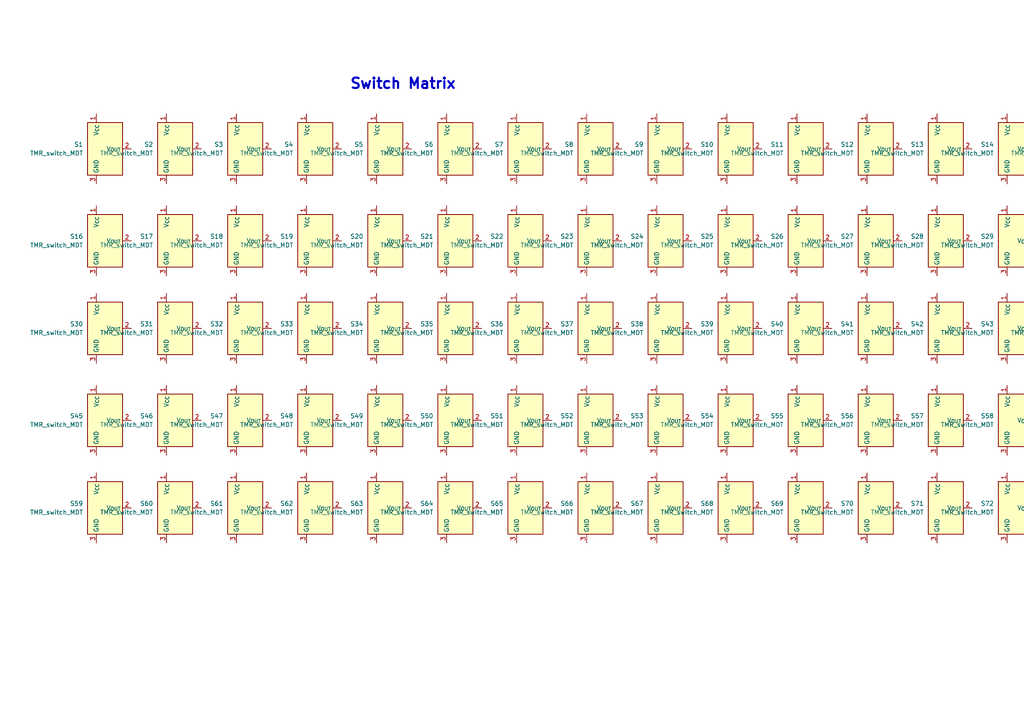
<source format=kicad_sch>
(kicad_sch (version 20250114) (generator "eeschema") (generator_version "9.0")
  (paper "A4")
  (lib_symbols
    (symbol "tmr-lib:TMR_switch_MDT"
      (property "Reference" "S" (at 0 3.302 0))
      (property "Value" "TMR_switch_MDT" (at 1.016 -12.446 0))
      (symbol "TMR_switch_MDT_0_1"
        (rectangle (start -5.08 7.62) (end 5.08 -7.62) (stroke (width 0.254)) (fill (type background)))
      )
      (symbol "TMR_switch_MDT_1_1"
        (pin power_in line (at -2.54 10.16 270) (length 2.54) (name "V_{CC}") (number "1"))
        (pin power_in line (at -2.54 -10.16 90) (length 2.54) (name "GND") (number "3"))
        (pin open_collector line (at 7.62 0 180) (length 2.54) (name "V_{OUT}") (number "2"))
      )
    )
  )
  (text "Switch Matrix" (at 101.346 26.162 0) (effects (font (size 3 3) (bold yes)) (justify left bottom)))
  (symbol (lib_id "tmr-lib:TMR_switch_MDT") (at 30.48 121.92 0) (unit 1)
    (property "Reference" "S45" (at 24.13 120.6499 0) (effects (justify right)))
    (property "Value" "TMR_switch_MDT" (at 24.13 123.1899 0) (effects (justify right)))
    (property "Footprint" "tmr-lib:sw_lowpro_combo_MDT" (effects (hide yes)))
    (property "Description" "TMR lowprofile Gateron/Kailh switch with MDT TMR2615 and TMR2617 components" (effects (hide yes)))
  )
  (symbol (lib_id "tmr-lib:TMR_switch_MDT") (at 314.96 43.18 0) (unit 1)
    (property "Reference" "S15" (at 308.61 41.9099 0) (effects (justify right)))
    (property "Value" "TMR_switch_MDT" (at 308.61 44.4499 0) (effects (justify right)))
    (property "Footprint" "tmr-lib:sw_lowpro_combo_MDT" (effects (hide yes)))
    (property "Description" "TMR lowprofile Gateron/Kailh switch with MDT TMR2615 and TMR2617 components" (effects (hide yes)))
  )
  (symbol (lib_id "tmr-lib:TMR_switch_MDT") (at 254 95.25 0) (unit 1)
    (property "Reference" "S41" (at 247.65 93.9799 0) (effects (justify right)))
    (property "Value" "TMR_switch_MDT" (at 247.65 96.5199 0) (effects (justify right)))
    (property "Footprint" "tmr-lib:sw_lowpro_combo_MDT" (effects (hide yes)))
    (property "Description" "TMR lowprofile Gateron/Kailh switch with MDT TMR2615 and TMR2617 components" (effects (hide yes)))
  )
  (symbol (lib_id "tmr-lib:TMR_switch_MDT") (at 91.44 121.92 0) (unit 1)
    (property "Reference" "S48" (at 85.09 120.6499 0) (effects (justify right)))
    (property "Value" "TMR_switch_MDT" (at 85.09 123.1899 0) (effects (justify right)))
    (property "Footprint" "tmr-lib:sw_lowpro_combo_MDT" (effects (hide yes)))
    (property "Description" "TMR lowprofile Gateron/Kailh switch with MDT TMR2615 and TMR2617 components" (effects (hide yes)))
  )
  (symbol (lib_id "tmr-lib:TMR_switch_MDT") (at 111.76 121.92 0) (unit 1)
    (property "Reference" "S49" (at 105.41 120.6499 0) (effects (justify right)))
    (property "Value" "TMR_switch_MDT" (at 105.41 123.1899 0) (effects (justify right)))
    (property "Footprint" "tmr-lib:sw_lowpro_combo_MDT" (effects (hide yes)))
    (property "Description" "TMR lowprofile Gateron/Kailh switch with MDT TMR2615 and TMR2617 components" (effects (hide yes)))
  )
  (symbol (lib_id "tmr-lib:TMR_switch_MDT") (at 111.76 95.25 0) (unit 1)
    (property "Reference" "S34" (at 105.41 93.9799 0) (effects (justify right)))
    (property "Value" "TMR_switch_MDT" (at 105.41 96.5199 0) (effects (justify right)))
    (property "Footprint" "tmr-lib:sw_lowpro_combo_MDT" (effects (hide yes)))
    (property "Description" "TMR lowprofile Gateron/Kailh switch with MDT TMR2615 and TMR2617 components" (effects (hide yes)))
  )
  (symbol (lib_id "tmr-lib:TMR_switch_MDT") (at 172.72 121.92 0) (unit 1)
    (property "Reference" "S52" (at 166.37 120.6499 0) (effects (justify right)))
    (property "Value" "TMR_switch_MDT" (at 166.37 123.1899 0) (effects (justify right)))
    (property "Footprint" "tmr-lib:sw_lowpro_combo_MDT" (effects (hide yes)))
    (property "Description" "TMR lowprofile Gateron/Kailh switch with MDT TMR2615 and TMR2617 components" (effects (hide yes)))
  )
  (symbol (lib_id "tmr-lib:TMR_switch_MDT") (at 254 121.92 0) (unit 1)
    (property "Reference" "S56" (at 247.65 120.6499 0) (effects (justify right)))
    (property "Value" "TMR_switch_MDT" (at 247.65 123.1899 0) (effects (justify right)))
    (property "Footprint" "tmr-lib:sw_lowpro_combo_MDT" (effects (hide yes)))
    (property "Description" "TMR lowprofile Gateron/Kailh switch with MDT TMR2615 and TMR2617 components" (effects (hide yes)))
  )
  (symbol (lib_id "tmr-lib:TMR_switch_MDT") (at 213.36 147.32 0) (unit 1)
    (property "Reference" "S68" (at 207.01 146.0499 0) (effects (justify right)))
    (property "Value" "TMR_switch_MDT" (at 207.01 148.5899 0) (effects (justify right)))
    (property "Footprint" "tmr-lib:sw_lowpro_combo_MDT" (effects (hide yes)))
    (property "Description" "TMR lowprofile Gateron/Kailh switch with MDT TMR2615 and TMR2617 components" (effects (hide yes)))
  )
  (symbol (lib_id "tmr-lib:TMR_switch_MDT") (at 132.08 147.32 0) (unit 1)
    (property "Reference" "S64" (at 125.73 146.0499 0) (effects (justify right)))
    (property "Value" "TMR_switch_MDT" (at 125.73 148.5899 0) (effects (justify right)))
    (property "Footprint" "tmr-lib:sw_lowpro_combo_MDT" (effects (hide yes)))
    (property "Description" "TMR lowprofile Gateron/Kailh switch with MDT TMR2615 and TMR2617 components" (effects (hide yes)))
  )
  (symbol (lib_id "tmr-lib:TMR_switch_MDT") (at 50.8 69.85 0) (unit 1)
    (property "Reference" "S17" (at 44.45 68.5799 0) (effects (justify right)))
    (property "Value" "TMR_switch_MDT" (at 44.45 71.1199 0) (effects (justify right)))
    (property "Footprint" "tmr-lib:sw_lowpro_combo_MDT" (effects (hide yes)))
    (property "Description" "TMR lowprofile Gateron/Kailh switch with MDT TMR2615 and TMR2617 components" (effects (hide yes)))
  )
  (symbol (lib_id "tmr-lib:TMR_switch_MDT") (at 294.64 121.92 0) (unit 1)
    (property "Reference" "S58" (at 288.29 120.6499 0) (effects (justify right)))
    (property "Value" "TMR_switch_MDT" (at 288.29 123.1899 0) (effects (justify right)))
    (property "Footprint" "tmr-lib:sw_lowpro_combo_MDT" (effects (hide yes)))
    (property "Description" "TMR lowprofile Gateron/Kailh switch with MDT TMR2615 and TMR2617 components" (effects (hide yes)))
  )
  (symbol (lib_id "tmr-lib:TMR_switch_MDT") (at 91.44 69.85 0) (unit 1)
    (property "Reference" "S19" (at 85.09 68.5799 0) (effects (justify right)))
    (property "Value" "TMR_switch_MDT" (at 85.09 71.1199 0) (effects (justify right)))
    (property "Footprint" "tmr-lib:sw_lowpro_combo_MDT" (effects (hide yes)))
    (property "Description" "TMR lowprofile Gateron/Kailh switch with MDT TMR2615 and TMR2617 components" (effects (hide yes)))
  )
  (symbol (lib_id "tmr-lib:TMR_switch_MDT") (at 50.8 147.32 0) (unit 1)
    (property "Reference" "S60" (at 44.45 146.0499 0) (effects (justify right)))
    (property "Value" "TMR_switch_MDT" (at 44.45 148.5899 0) (effects (justify right)))
    (property "Footprint" "tmr-lib:sw_lowpro_combo_MDT" (effects (hide yes)))
    (property "Description" "TMR lowprofile Gateron/Kailh switch with MDT TMR2615 and TMR2617 components" (effects (hide yes)))
  )
  (symbol (lib_id "tmr-lib:TMR_switch_MDT") (at 274.32 69.85 0) (unit 1)
    (property "Reference" "S28" (at 267.97 68.5799 0) (effects (justify right)))
    (property "Value" "TMR_switch_MDT" (at 267.97 71.1199 0) (effects (justify right)))
    (property "Footprint" "tmr-lib:sw_lowpro_combo_MDT" (effects (hide yes)))
    (property "Description" "TMR lowprofile Gateron/Kailh switch with MDT TMR2615 and TMR2617 components" (effects (hide yes)))
  )
  (symbol (lib_id "tmr-lib:TMR_switch_MDT") (at 294.64 43.18 0) (unit 1)
    (property "Reference" "S14" (at 288.29 41.9099 0) (effects (justify right)))
    (property "Value" "TMR_switch_MDT" (at 288.29 44.4499 0) (effects (justify right)))
    (property "Footprint" "tmr-lib:sw_lowpro_combo_MDT" (effects (hide yes)))
    (property "Description" "TMR lowprofile Gateron/Kailh switch with MDT TMR2615 and TMR2617 components" (effects (hide yes)))
  )
  (symbol (lib_id "tmr-lib:TMR_switch_MDT") (at 50.8 43.18 0) (unit 1)
    (property "Reference" "S2" (at 44.45 41.9099 0) (effects (justify right)))
    (property "Value" "TMR_switch_MDT" (at 44.45 44.4499 0) (effects (justify right)))
    (property "Footprint" "tmr-lib:sw_lowpro_combo_MDT" (effects (hide yes)))
    (property "Description" "TMR lowprofile Gateron/Kailh switch with MDT TMR2615 and TMR2617 components" (effects (hide yes)))
  )
  (symbol (lib_id "tmr-lib:TMR_switch_MDT") (at 213.36 95.25 0) (unit 1)
    (property "Reference" "S39" (at 207.01 93.9799 0) (effects (justify right)))
    (property "Value" "TMR_switch_MDT" (at 207.01 96.5199 0) (effects (justify right)))
    (property "Footprint" "tmr-lib:sw_lowpro_combo_MDT" (effects (hide yes)))
    (property "Description" "TMR lowprofile Gateron/Kailh switch with MDT TMR2615 and TMR2617 components" (effects (hide yes)))
  )
  (symbol (lib_id "tmr-lib:TMR_switch_MDT") (at 193.04 43.18 0) (unit 1)
    (property "Reference" "S9" (at 186.69 41.9099 0) (effects (justify right)))
    (property "Value" "TMR_switch_MDT" (at 186.69 44.4499 0) (effects (justify right)))
    (property "Footprint" "tmr-lib:sw_lowpro_combo_MDT" (effects (hide yes)))
    (property "Description" "TMR lowprofile Gateron/Kailh switch with MDT TMR2615 and TMR2617 components" (effects (hide yes)))
  )
  (symbol (lib_id "tmr-lib:TMR_switch_MDT") (at 71.12 121.92 0) (unit 1)
    (property "Reference" "S47" (at 64.77 120.6499 0) (effects (justify right)))
    (property "Value" "TMR_switch_MDT" (at 64.77 123.1899 0) (effects (justify right)))
    (property "Footprint" "tmr-lib:sw_lowpro_combo_MDT" (effects (hide yes)))
    (property "Description" "TMR lowprofile Gateron/Kailh switch with MDT TMR2615 and TMR2617 components" (effects (hide yes)))
  )
  (symbol (lib_id "tmr-lib:TMR_switch_MDT") (at 294.64 69.85 0) (unit 1)
    (property "Reference" "S29" (at 288.29 68.5799 0) (effects (justify right)))
    (property "Value" "TMR_switch_MDT" (at 288.29 71.1199 0) (effects (justify right)))
    (property "Footprint" "tmr-lib:sw_lowpro_combo_MDT" (effects (hide yes)))
    (property "Description" "TMR lowprofile Gateron/Kailh switch with MDT TMR2615 and TMR2617 components" (effects (hide yes)))
  )
  (symbol (lib_id "tmr-lib:TMR_switch_MDT") (at 172.72 95.25 0) (unit 1)
    (property "Reference" "S37" (at 166.37 93.9799 0) (effects (justify right)))
    (property "Value" "TMR_switch_MDT" (at 166.37 96.5199 0) (effects (justify right)))
    (property "Footprint" "tmr-lib:sw_lowpro_combo_MDT" (effects (hide yes)))
    (property "Description" "TMR lowprofile Gateron/Kailh switch with MDT TMR2615 and TMR2617 components" (effects (hide yes)))
  )
  (symbol (lib_id "tmr-lib:TMR_switch_MDT") (at 193.04 147.32 0) (unit 1)
    (property "Reference" "S67" (at 186.69 146.0499 0) (effects (justify right)))
    (property "Value" "TMR_switch_MDT" (at 186.69 148.5899 0) (effects (justify right)))
    (property "Footprint" "tmr-lib:sw_lowpro_combo_MDT" (effects (hide yes)))
    (property "Description" "TMR lowprofile Gateron/Kailh switch with MDT TMR2615 and TMR2617 components" (effects (hide yes)))
  )
  (symbol (lib_id "tmr-lib:TMR_switch_MDT") (at 71.12 43.18 0) (unit 1)
    (property "Reference" "S3" (at 64.77 41.9099 0) (effects (justify right)))
    (property "Value" "TMR_switch_MDT" (at 64.77 44.4499 0) (effects (justify right)))
    (property "Footprint" "tmr-lib:sw_lowpro_combo_MDT" (effects (hide yes)))
    (property "Description" "TMR lowprofile Gateron/Kailh switch with MDT TMR2615 and TMR2617 components" (effects (hide yes)))
  )
  (symbol (lib_id "tmr-lib:TMR_switch_MDT") (at 233.68 121.92 0) (unit 1)
    (property "Reference" "S55" (at 227.33 120.6499 0) (effects (justify right)))
    (property "Value" "TMR_switch_MDT" (at 227.33 123.1899 0) (effects (justify right)))
    (property "Footprint" "tmr-lib:sw_lowpro_combo_MDT" (effects (hide yes)))
    (property "Description" "TMR lowprofile Gateron/Kailh switch with MDT TMR2615 and TMR2617 components" (effects (hide yes)))
  )
  (symbol (lib_id "tmr-lib:TMR_switch_MDT") (at 132.08 121.92 0) (unit 1)
    (property "Reference" "S50" (at 125.73 120.6499 0) (effects (justify right)))
    (property "Value" "TMR_switch_MDT" (at 125.73 123.1899 0) (effects (justify right)))
    (property "Footprint" "tmr-lib:sw_lowpro_combo_MDT" (effects (hide yes)))
    (property "Description" "TMR lowprofile Gateron/Kailh switch with MDT TMR2615 and TMR2617 components" (effects (hide yes)))
  )
  (symbol (lib_id "tmr-lib:TMR_switch_MDT") (at 294.64 147.32 0) (unit 1)
    (property "Reference" "S72" (at 288.29 146.0499 0) (effects (justify right)))
    (property "Value" "TMR_switch_MDT" (at 288.29 148.5899 0) (effects (justify right)))
    (property "Footprint" "tmr-lib:sw_lowpro_combo_MDT" (effects (hide yes)))
    (property "Description" "TMR lowprofile Gateron/Kailh switch with MDT TMR2615 and TMR2617 components" (effects (hide yes)))
  )
  (symbol (lib_id "tmr-lib:TMR_switch_MDT") (at 91.44 43.18 0) (unit 1)
    (property "Reference" "S4" (at 85.09 41.9099 0) (effects (justify right)))
    (property "Value" "TMR_switch_MDT" (at 85.09 44.4499 0) (effects (justify right)))
    (property "Footprint" "tmr-lib:sw_lowpro_combo_MDT" (effects (hide yes)))
    (property "Description" "TMR lowprofile Gateron/Kailh switch with MDT TMR2615 and TMR2617 components" (effects (hide yes)))
  )
  (symbol (lib_id "tmr-lib:TMR_switch_MDT") (at 233.68 147.32 0) (unit 1)
    (property "Reference" "S69" (at 227.33 146.0499 0) (effects (justify right)))
    (property "Value" "TMR_switch_MDT" (at 227.33 148.5899 0) (effects (justify right)))
    (property "Footprint" "tmr-lib:sw_lowpro_combo_MDT" (effects (hide yes)))
    (property "Description" "TMR lowprofile Gateron/Kailh switch with MDT TMR2615 and TMR2617 components" (effects (hide yes)))
  )
  (symbol (lib_id "tmr-lib:TMR_switch_MDT") (at 233.68 43.18 0) (unit 1)
    (property "Reference" "S11" (at 227.33 41.9099 0) (effects (justify right)))
    (property "Value" "TMR_switch_MDT" (at 227.33 44.4499 0) (effects (justify right)))
    (property "Footprint" "tmr-lib:sw_lowpro_combo_MDT" (effects (hide yes)))
    (property "Description" "TMR lowprofile Gateron/Kailh switch with MDT TMR2615 and TMR2617 components" (effects (hide yes)))
  )
  (symbol (lib_id "tmr-lib:TMR_switch_MDT") (at 152.4 69.85 0) (unit 1)
    (property "Reference" "S22" (at 146.05 68.5799 0) (effects (justify right)))
    (property "Value" "TMR_switch_MDT" (at 146.05 71.1199 0) (effects (justify right)))
    (property "Footprint" "tmr-lib:sw_lowpro_combo_MDT" (effects (hide yes)))
    (property "Description" "TMR lowprofile Gateron/Kailh switch with MDT TMR2615 and TMR2617 components" (effects (hide yes)))
  )
  (symbol (lib_id "tmr-lib:TMR_switch_MDT") (at 172.72 43.18 0) (unit 1)
    (property "Reference" "S8" (at 166.37 41.9099 0) (effects (justify right)))
    (property "Value" "TMR_switch_MDT" (at 166.37 44.4499 0) (effects (justify right)))
    (property "Footprint" "tmr-lib:sw_lowpro_combo_MDT" (effects (hide yes)))
    (property "Description" "TMR lowprofile Gateron/Kailh switch with MDT TMR2615 and TMR2617 components" (effects (hide yes)))
  )
  (symbol (lib_id "tmr-lib:TMR_switch_MDT") (at 274.32 121.92 0) (unit 1)
    (property "Reference" "S57" (at 267.97 120.6499 0) (effects (justify right)))
    (property "Value" "TMR_switch_MDT" (at 267.97 123.1899 0) (effects (justify right)))
    (property "Footprint" "tmr-lib:sw_lowpro_combo_MDT" (effects (hide yes)))
    (property "Description" "TMR lowprofile Gateron/Kailh switch with MDT TMR2615 and TMR2617 components" (effects (hide yes)))
  )
  (symbol (lib_id "tmr-lib:TMR_switch_MDT") (at 50.8 121.92 0) (unit 1)
    (property "Reference" "S46" (at 44.45 120.6499 0) (effects (justify right)))
    (property "Value" "TMR_switch_MDT" (at 44.45 123.1899 0) (effects (justify right)))
    (property "Footprint" "tmr-lib:sw_lowpro_combo_MDT" (effects (hide yes)))
    (property "Description" "TMR lowprofile Gateron/Kailh switch with MDT TMR2615 and TMR2617 components" (effects (hide yes)))
  )
  (symbol (lib_id "tmr-lib:TMR_switch_MDT") (at 274.32 95.25 0) (unit 1)
    (property "Reference" "S42" (at 267.97 93.9799 0) (effects (justify right)))
    (property "Value" "TMR_switch_MDT" (at 267.97 96.5199 0) (effects (justify right)))
    (property "Footprint" "tmr-lib:sw_lowpro_combo_MDT" (effects (hide yes)))
    (property "Description" "TMR lowprofile Gateron/Kailh switch with MDT TMR2615 and TMR2617 components" (effects (hide yes)))
  )
  (symbol (lib_id "tmr-lib:TMR_switch_MDT") (at 193.04 69.85 0) (unit 1)
    (property "Reference" "S24" (at 186.69 68.5799 0) (effects (justify right)))
    (property "Value" "TMR_switch_MDT" (at 186.69 71.1199 0) (effects (justify right)))
    (property "Footprint" "tmr-lib:sw_lowpro_combo_MDT" (effects (hide yes)))
    (property "Description" "TMR lowprofile Gateron/Kailh switch with MDT TMR2615 and TMR2617 components" (effects (hide yes)))
  )
  (symbol (lib_id "tmr-lib:TMR_switch_MDT") (at 91.44 95.25 0) (unit 1)
    (property "Reference" "S33" (at 85.09 93.9799 0) (effects (justify right)))
    (property "Value" "TMR_switch_MDT" (at 85.09 96.5199 0) (effects (justify right)))
    (property "Footprint" "tmr-lib:sw_lowpro_combo_MDT" (effects (hide yes)))
    (property "Description" "TMR lowprofile Gateron/Kailh switch with MDT TMR2615 and TMR2617 components" (effects (hide yes)))
  )
  (symbol (lib_id "tmr-lib:TMR_switch_MDT") (at 111.76 43.18 0) (unit 1)
    (property "Reference" "S5" (at 105.41 41.9099 0) (effects (justify right)))
    (property "Value" "TMR_switch_MDT" (at 105.41 44.4499 0) (effects (justify right)))
    (property "Footprint" "tmr-lib:sw_lowpro_combo_MDT" (effects (hide yes)))
    (property "Description" "TMR lowprofile Gateron/Kailh switch with MDT TMR2615 and TMR2617 components" (effects (hide yes)))
  )
  (symbol (lib_id "tmr-lib:TMR_switch_MDT") (at 111.76 147.32 0) (unit 1)
    (property "Reference" "S63" (at 105.41 146.0499 0) (effects (justify right)))
    (property "Value" "TMR_switch_MDT" (at 105.41 148.5899 0) (effects (justify right)))
    (property "Footprint" "tmr-lib:sw_lowpro_combo_MDT" (effects (hide yes)))
    (property "Description" "TMR lowprofile Gateron/Kailh switch with MDT TMR2615 and TMR2617 components" (effects (hide yes)))
  )
  (symbol (lib_id "tmr-lib:TMR_switch_MDT") (at 193.04 95.25 0) (unit 1)
    (property "Reference" "S38" (at 186.69 93.9799 0) (effects (justify right)))
    (property "Value" "TMR_switch_MDT" (at 186.69 96.5199 0) (effects (justify right)))
    (property "Footprint" "tmr-lib:sw_lowpro_combo_MDT" (effects (hide yes)))
    (property "Description" "TMR lowprofile Gateron/Kailh switch with MDT TMR2615 and TMR2617 components" (effects (hide yes)))
  )
  (symbol (lib_id "tmr-lib:TMR_switch_MDT") (at 294.64 95.25 0) (unit 1)
    (property "Reference" "S43" (at 288.29 93.9799 0) (effects (justify right)))
    (property "Value" "TMR_switch_MDT" (at 288.29 96.5199 0) (effects (justify right)))
    (property "Footprint" "tmr-lib:sw_lowpro_combo_MDT" (effects (hide yes)))
    (property "Description" "TMR lowprofile Gateron/Kailh switch with MDT TMR2615 and TMR2617 components" (effects (hide yes)))
  )
  (symbol (lib_id "tmr-lib:TMR_switch_MDT") (at 132.08 69.85 0) (unit 1)
    (property "Reference" "S21" (at 125.73 68.5799 0) (effects (justify right)))
    (property "Value" "TMR_switch_MDT" (at 125.73 71.1199 0) (effects (justify right)))
    (property "Footprint" "tmr-lib:sw_lowpro_combo_MDT" (effects (hide yes)))
    (property "Description" "TMR lowprofile Gateron/Kailh switch with MDT TMR2615 and TMR2617 components" (effects (hide yes)))
  )
  (symbol (lib_id "tmr-lib:TMR_switch_MDT") (at 274.32 147.32 0) (unit 1)
    (property "Reference" "S71" (at 267.97 146.0499 0) (effects (justify right)))
    (property "Value" "TMR_switch_MDT" (at 267.97 148.5899 0) (effects (justify right)))
    (property "Footprint" "tmr-lib:sw_lowpro_combo_MDT" (effects (hide yes)))
    (property "Description" "TMR lowprofile Gateron/Kailh switch with MDT TMR2615 and TMR2617 components" (effects (hide yes)))
  )
  (symbol (lib_id "tmr-lib:TMR_switch_MDT") (at 30.48 69.85 0) (unit 1)
    (property "Reference" "S16" (at 24.13 68.5799 0) (effects (justify right)))
    (property "Value" "TMR_switch_MDT" (at 24.13 71.1199 0) (effects (justify right)))
    (property "Footprint" "tmr-lib:sw_lowpro_combo_MDT" (effects (hide yes)))
    (property "Description" "TMR lowprofile Gateron/Kailh switch with MDT TMR2615 and TMR2617 components" (effects (hide yes)))
  )
  (symbol (lib_id "tmr-lib:TMR_switch_MDT") (at 254 69.85 0) (unit 1)
    (property "Reference" "S27" (at 247.65 68.5799 0) (effects (justify right)))
    (property "Value" "TMR_switch_MDT" (at 247.65 71.1199 0) (effects (justify right)))
    (property "Footprint" "tmr-lib:sw_lowpro_combo_MDT" (effects (hide yes)))
    (property "Description" "TMR lowprofile Gateron/Kailh switch with MDT TMR2615 and TMR2617 components" (effects (hide yes)))
  )
  (symbol (lib_id "tmr-lib:TMR_switch_MDT") (at 254 147.32 0) (unit 1)
    (property "Reference" "S70" (at 247.65 146.0499 0) (effects (justify right)))
    (property "Value" "TMR_switch_MDT" (at 247.65 148.5899 0) (effects (justify right)))
    (property "Footprint" "tmr-lib:sw_lowpro_combo_MDT" (effects (hide yes)))
    (property "Description" "TMR lowprofile Gateron/Kailh switch with MDT TMR2615 and TMR2617 components" (effects (hide yes)))
  )
  (symbol (lib_id "tmr-lib:TMR_switch_MDT") (at 30.48 43.18 0) (unit 1)
    (property "Reference" "S1" (at 24.13 41.9099 0) (effects (justify right)))
    (property "Value" "TMR_switch_MDT" (at 24.13 44.4499 0) (effects (justify right)))
    (property "Footprint" "tmr-lib:sw_lowpro_combo_MDT" (effects (hide yes)))
    (property "Description" "TMR lowprofile Gateron/Kailh switch with MDT TMR2615 and TMR2617 components" (effects (hide yes)))
  )
  (symbol (lib_id "tmr-lib:TMR_switch_MDT") (at 152.4 147.32 0) (unit 1)
    (property "Reference" "S65" (at 146.05 146.0499 0) (effects (justify right)))
    (property "Value" "TMR_switch_MDT" (at 146.05 148.5899 0) (effects (justify right)))
    (property "Footprint" "tmr-lib:sw_lowpro_combo_MDT" (effects (hide yes)))
    (property "Description" "TMR lowprofile Gateron/Kailh switch with MDT TMR2615 and TMR2617 components" (effects (hide yes)))
  )
  (symbol (lib_id "tmr-lib:TMR_switch_MDT") (at 111.76 69.85 0) (unit 1)
    (property "Reference" "S20" (at 105.41 68.5799 0) (effects (justify right)))
    (property "Value" "TMR_switch_MDT" (at 105.41 71.1199 0) (effects (justify right)))
    (property "Footprint" "tmr-lib:sw_lowpro_combo_MDT" (effects (hide yes)))
    (property "Description" "TMR lowprofile Gateron/Kailh switch with MDT TMR2615 and TMR2617 components" (effects (hide yes)))
  )
  (symbol (lib_id "tmr-lib:TMR_switch_MDT") (at 233.68 95.25 0) (unit 1)
    (property "Reference" "S40" (at 227.33 93.9799 0) (effects (justify right)))
    (property "Value" "TMR_switch_MDT" (at 227.33 96.5199 0) (effects (justify right)))
    (property "Footprint" "tmr-lib:sw_lowpro_combo_MDT" (effects (hide yes)))
    (property "Description" "TMR lowprofile Gateron/Kailh switch with MDT TMR2615 and TMR2617 components" (effects (hide yes)))
  )
  (symbol (lib_id "tmr-lib:TMR_switch_MDT") (at 71.12 95.25 0) (unit 1)
    (property "Reference" "S32" (at 64.77 93.9799 0) (effects (justify right)))
    (property "Value" "TMR_switch_MDT" (at 64.77 96.5199 0) (effects (justify right)))
    (property "Footprint" "tmr-lib:sw_lowpro_combo_MDT" (effects (hide yes)))
    (property "Description" "TMR lowprofile Gateron/Kailh switch with MDT TMR2615 and TMR2617 components" (effects (hide yes)))
  )
  (symbol (lib_id "tmr-lib:TMR_switch_MDT") (at 71.12 147.32 0) (unit 1)
    (property "Reference" "S61" (at 64.77 146.0499 0) (effects (justify right)))
    (property "Value" "TMR_switch_MDT" (at 64.77 148.5899 0) (effects (justify right)))
    (property "Footprint" "tmr-lib:sw_lowpro_combo_MDT" (effects (hide yes)))
    (property "Description" "TMR lowprofile Gateron/Kailh switch with MDT TMR2615 and TMR2617 components" (effects (hide yes)))
  )
  (symbol (lib_id "tmr-lib:TMR_switch_MDT") (at 50.8 95.25 0) (unit 1)
    (property "Reference" "S31" (at 44.45 93.9799 0) (effects (justify right)))
    (property "Value" "TMR_switch_MDT" (at 44.45 96.5199 0) (effects (justify right)))
    (property "Footprint" "tmr-lib:sw_lowpro_combo_MDT" (effects (hide yes)))
    (property "Description" "TMR lowprofile Gateron/Kailh switch with MDT TMR2615 and TMR2617 components" (effects (hide yes)))
  )
  (symbol (lib_id "tmr-lib:TMR_switch_MDT") (at 213.36 43.18 0) (unit 1)
    (property "Reference" "S10" (at 207.01 41.9099 0) (effects (justify right)))
    (property "Value" "TMR_switch_MDT" (at 207.01 44.4499 0) (effects (justify right)))
    (property "Footprint" "tmr-lib:sw_lowpro_combo_MDT" (effects (hide yes)))
    (property "Description" "TMR lowprofile Gateron/Kailh switch with MDT TMR2615 and TMR2617 components" (effects (hide yes)))
  )
  (symbol (lib_id "tmr-lib:TMR_switch_MDT") (at 233.68 69.85 0) (unit 1)
    (property "Reference" "S26" (at 227.33 68.5799 0) (effects (justify right)))
    (property "Value" "TMR_switch_MDT" (at 227.33 71.1199 0) (effects (justify right)))
    (property "Footprint" "tmr-lib:sw_lowpro_combo_MDT" (effects (hide yes)))
    (property "Description" "TMR lowprofile Gateron/Kailh switch with MDT TMR2615 and TMR2617 components" (effects (hide yes)))
  )
  (symbol (lib_id "tmr-lib:TMR_switch_MDT") (at 132.08 95.25 0) (unit 1)
    (property "Reference" "S35" (at 125.73 93.9799 0) (effects (justify right)))
    (property "Value" "TMR_switch_MDT" (at 125.73 96.5199 0) (effects (justify right)))
    (property "Footprint" "tmr-lib:sw_lowpro_combo_MDT" (effects (hide yes)))
    (property "Description" "TMR lowprofile Gateron/Kailh switch with MDT TMR2615 and TMR2617 components" (effects (hide yes)))
  )
  (symbol (lib_id "tmr-lib:TMR_switch_MDT") (at 152.4 43.18 0) (unit 1)
    (property "Reference" "S7" (at 146.05 41.9099 0) (effects (justify right)))
    (property "Value" "TMR_switch_MDT" (at 146.05 44.4499 0) (effects (justify right)))
    (property "Footprint" "tmr-lib:sw_lowpro_combo_MDT" (effects (hide yes)))
    (property "Description" "TMR lowprofile Gateron/Kailh switch with MDT TMR2615 and TMR2617 components" (effects (hide yes)))
  )
  (symbol (lib_id "tmr-lib:TMR_switch_MDT") (at 172.72 147.32 0) (unit 1)
    (property "Reference" "S66" (at 166.37 146.0499 0) (effects (justify right)))
    (property "Value" "TMR_switch_MDT" (at 166.37 148.5899 0) (effects (justify right)))
    (property "Footprint" "tmr-lib:sw_lowpro_combo_MDT" (effects (hide yes)))
    (property "Description" "TMR lowprofile Gateron/Kailh switch with MDT TMR2615 and TMR2617 components" (effects (hide yes)))
  )
  (symbol (lib_id "tmr-lib:TMR_switch_MDT") (at 30.48 95.25 0) (unit 1)
    (property "Reference" "S30" (at 24.13 93.9799 0) (effects (justify right)))
    (property "Value" "TMR_switch_MDT" (at 24.13 96.5199 0) (effects (justify right)))
    (property "Footprint" "tmr-lib:sw_lowpro_combo_MDT" (effects (hide yes)))
    (property "Description" "TMR lowprofile Gateron/Kailh switch with MDT TMR2615 and TMR2617 components" (effects (hide yes)))
  )
  (symbol (lib_id "tmr-lib:TMR_switch_MDT") (at 193.04 121.92 0) (unit 1)
    (property "Reference" "S53" (at 186.69 120.6499 0) (effects (justify right)))
    (property "Value" "TMR_switch_MDT" (at 186.69 123.1899 0) (effects (justify right)))
    (property "Footprint" "tmr-lib:sw_lowpro_combo_MDT" (effects (hide yes)))
    (property "Description" "TMR lowprofile Gateron/Kailh switch with MDT TMR2615 and TMR2617 components" (effects (hide yes)))
  )
  (symbol (lib_id "tmr-lib:TMR_switch_MDT") (at 152.4 121.92 0) (unit 1)
    (property "Reference" "S51" (at 146.05 120.6499 0) (effects (justify right)))
    (property "Value" "TMR_switch_MDT" (at 146.05 123.1899 0) (effects (justify right)))
    (property "Footprint" "tmr-lib:sw_lowpro_combo_MDT" (effects (hide yes)))
    (property "Description" "TMR lowprofile Gateron/Kailh switch with MDT TMR2615 and TMR2617 components" (effects (hide yes)))
  )
  (symbol (lib_id "tmr-lib:TMR_switch_MDT") (at 314.96 95.25 0) (unit 1)
    (property "Reference" "S44" (at 308.61 93.9799 0) (effects (justify right)))
    (property "Value" "TMR_switch_MDT" (at 308.61 96.5199 0) (effects (justify right)))
    (property "Footprint" "tmr-lib:sw_lowpro_combo_MDT" (effects (hide yes)))
    (property "Description" "TMR lowprofile Gateron/Kailh switch with MDT TMR2615 and TMR2617 components" (effects (hide yes)))
  )
  (symbol (lib_id "tmr-lib:TMR_switch_MDT") (at 213.36 121.92 0) (unit 1)
    (property "Reference" "S54" (at 207.01 120.6499 0) (effects (justify right)))
    (property "Value" "TMR_switch_MDT" (at 207.01 123.1899 0) (effects (justify right)))
    (property "Footprint" "tmr-lib:sw_lowpro_combo_MDT" (effects (hide yes)))
    (property "Description" "TMR lowprofile Gateron/Kailh switch with MDT TMR2615 and TMR2617 components" (effects (hide yes)))
  )
  (symbol (lib_id "tmr-lib:TMR_switch_MDT") (at 254 43.18 0) (unit 1)
    (property "Reference" "S12" (at 247.65 41.9099 0) (effects (justify right)))
    (property "Value" "TMR_switch_MDT" (at 247.65 44.4499 0) (effects (justify right)))
    (property "Footprint" "tmr-lib:sw_lowpro_combo_MDT" (effects (hide yes)))
    (property "Description" "TMR lowprofile Gateron/Kailh switch with MDT TMR2615 and TMR2617 components" (effects (hide yes)))
  )
  (symbol (lib_id "tmr-lib:TMR_switch_MDT") (at 30.48 147.32 0) (unit 1)
    (property "Reference" "S59" (at 24.13 146.0499 0) (effects (justify right)))
    (property "Value" "TMR_switch_MDT" (at 24.13 148.5899 0) (effects (justify right)))
    (property "Footprint" "tmr-lib:sw_lowpro_combo_MDT" (effects (hide yes)))
    (property "Description" "TMR lowprofile Gateron/Kailh switch with MDT TMR2615 and TMR2617 components" (effects (hide yes)))
  )
  (symbol (lib_id "tmr-lib:TMR_switch_MDT") (at 172.72 69.85 0) (unit 1)
    (property "Reference" "S23" (at 166.37 68.5799 0) (effects (justify right)))
    (property "Value" "TMR_switch_MDT" (at 166.37 71.1199 0) (effects (justify right)))
    (property "Footprint" "tmr-lib:sw_lowpro_combo_MDT" (effects (hide yes)))
    (property "Description" "TMR lowprofile Gateron/Kailh switch with MDT TMR2615 and TMR2617 components" (effects (hide yes)))
  )
  (symbol (lib_id "tmr-lib:TMR_switch_MDT") (at 152.4 95.25 0) (unit 1)
    (property "Reference" "S36" (at 146.05 93.9799 0) (effects (justify right)))
    (property "Value" "TMR_switch_MDT" (at 146.05 96.5199 0) (effects (justify right)))
    (property "Footprint" "tmr-lib:sw_lowpro_combo_MDT" (effects (hide yes)))
    (property "Description" "TMR lowprofile Gateron/Kailh switch with MDT TMR2615 and TMR2617 components" (effects (hide yes)))
  )
  (symbol (lib_id "tmr-lib:TMR_switch_MDT") (at 213.36 69.85 0) (unit 1)
    (property "Reference" "S25" (at 207.01 68.5799 0) (effects (justify right)))
    (property "Value" "TMR_switch_MDT" (at 207.01 71.1199 0) (effects (justify right)))
    (property "Footprint" "tmr-lib:sw_lowpro_combo_MDT" (effects (hide yes)))
    (property "Description" "TMR lowprofile Gateron/Kailh switch with MDT TMR2615 and TMR2617 components" (effects (hide yes)))
  )
  (symbol (lib_id "tmr-lib:TMR_switch_MDT") (at 274.32 43.18 0) (unit 1)
    (property "Reference" "S13" (at 267.97 41.9099 0) (effects (justify right)))
    (property "Value" "TMR_switch_MDT" (at 267.97 44.4499 0) (effects (justify right)))
    (property "Footprint" "tmr-lib:sw_lowpro_combo_MDT" (effects (hide yes)))
    (property "Description" "TMR lowprofile Gateron/Kailh switch with MDT TMR2615 and TMR2617 components" (effects (hide yes)))
  )
  (symbol (lib_id "tmr-lib:TMR_switch_MDT") (at 132.08 43.18 0) (unit 1)
    (property "Reference" "S6" (at 125.73 41.9099 0) (effects (justify right)))
    (property "Value" "TMR_switch_MDT" (at 125.73 44.4499 0) (effects (justify right)))
    (property "Footprint" "tmr-lib:sw_lowpro_combo_MDT" (effects (hide yes)))
    (property "Description" "TMR lowprofile Gateron/Kailh switch with MDT TMR2615 and TMR2617 components" (effects (hide yes)))
  )
  (symbol (lib_id "tmr-lib:TMR_switch_MDT") (at 71.12 69.85 0) (unit 1)
    (property "Reference" "S18" (at 64.77 68.5799 0) (effects (justify right)))
    (property "Value" "TMR_switch_MDT" (at 64.77 71.1199 0) (effects (justify right)))
    (property "Footprint" "tmr-lib:sw_lowpro_combo_MDT" (effects (hide yes)))
    (property "Description" "TMR lowprofile Gateron/Kailh switch with MDT TMR2615 and TMR2617 components" (effects (hide yes)))
  )
  (symbol (lib_id "tmr-lib:TMR_switch_MDT") (at 91.44 147.32 0) (unit 1)
    (property "Reference" "S62" (at 85.09 146.0499 0) (effects (justify right)))
    (property "Value" "TMR_switch_MDT" (at 85.09 148.5899 0) (effects (justify right)))
    (property "Footprint" "tmr-lib:sw_lowpro_combo_MDT" (effects (hide yes)))
    (property "Description" "TMR lowprofile Gateron/Kailh switch with MDT TMR2615 and TMR2617 components" (effects (hide yes)))
  )
)
</source>
